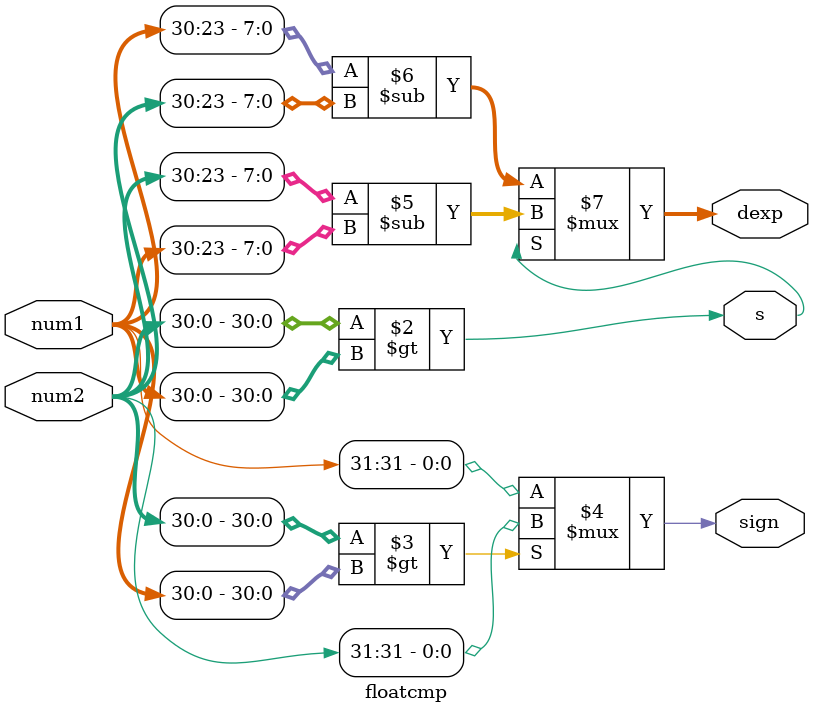
<source format=v>
`timescale 1ns / 1ps

module floatcmp(
input [31:0] num1, num2,
output reg sign, s,
output reg [7:0] dexp);

always @ (*)
    begin
        s = (num2[30:0] > num1[30:0]);
        sign = (num2[30:0]>num1[30:0]) ? num2[31] : num1[31];
        dexp = (s) ? (num2[30:23]-num1[30:23]) : (num1[30:23]-num2[30:23]);
    end
endmodule

</source>
